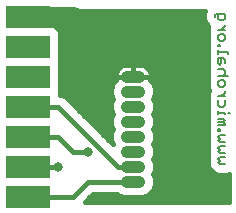
<source format=gbl>
G75*
%MOIN*%
%OFA0B0*%
%FSLAX25Y25*%
%IPPOS*%
%LPD*%
%AMOC8*
5,1,8,0,0,1.08239X$1,22.5*
%
%ADD10C,0.00600*%
%ADD11R,0.15000X0.07600*%
%ADD12C,0.04159*%
%ADD13C,0.01600*%
%ADD14C,0.03175*%
%ADD15C,0.07000*%
D10*
X0083800Y0018167D02*
X0084367Y0018734D01*
X0083800Y0019301D01*
X0084367Y0019869D01*
X0086069Y0019869D01*
X0086069Y0021283D02*
X0084367Y0021283D01*
X0083800Y0021850D01*
X0084367Y0022417D01*
X0083800Y0022985D01*
X0084367Y0023552D01*
X0086069Y0023552D01*
X0086069Y0024966D02*
X0084367Y0024966D01*
X0083800Y0025533D01*
X0084367Y0026101D01*
X0083800Y0026668D01*
X0084367Y0027235D01*
X0086069Y0027235D01*
X0084367Y0028649D02*
X0083800Y0028649D01*
X0083800Y0029217D01*
X0084367Y0029217D01*
X0084367Y0028649D01*
X0083800Y0030491D02*
X0086069Y0030491D01*
X0086069Y0031058D01*
X0085501Y0031625D01*
X0086069Y0032192D01*
X0085501Y0032760D01*
X0083800Y0032760D01*
X0083800Y0031625D02*
X0085501Y0031625D01*
X0086069Y0034174D02*
X0086069Y0034741D01*
X0083800Y0034741D01*
X0083800Y0034174D02*
X0083800Y0035308D01*
X0084367Y0036630D02*
X0083800Y0037197D01*
X0083800Y0038898D01*
X0083800Y0040313D02*
X0086069Y0040313D01*
X0086069Y0041447D02*
X0084934Y0040313D01*
X0086069Y0038898D02*
X0086069Y0037197D01*
X0085501Y0036630D01*
X0084367Y0036630D01*
X0087203Y0034741D02*
X0087770Y0034741D01*
X0086069Y0041447D02*
X0086069Y0042014D01*
X0085501Y0043382D02*
X0084367Y0043382D01*
X0083800Y0043949D01*
X0083800Y0045083D01*
X0084367Y0045651D01*
X0085501Y0045651D01*
X0086069Y0045083D01*
X0086069Y0043949D01*
X0085501Y0043382D01*
X0085501Y0047065D02*
X0086069Y0047632D01*
X0086069Y0048767D01*
X0085501Y0049334D01*
X0083800Y0049334D01*
X0084367Y0050748D02*
X0084934Y0051315D01*
X0084934Y0053017D01*
X0085501Y0053017D02*
X0086069Y0052450D01*
X0086069Y0051315D01*
X0084367Y0050748D02*
X0083800Y0051315D01*
X0083800Y0053017D01*
X0085501Y0053017D01*
X0083800Y0054431D02*
X0083800Y0055566D01*
X0083800Y0054999D02*
X0087203Y0054999D01*
X0087203Y0054431D01*
X0084367Y0056887D02*
X0083800Y0056887D01*
X0083800Y0057454D01*
X0084367Y0057454D01*
X0084367Y0056887D01*
X0084367Y0058728D02*
X0083800Y0059296D01*
X0083800Y0060430D01*
X0084367Y0060997D01*
X0085501Y0060997D01*
X0086069Y0060430D01*
X0086069Y0059296D01*
X0085501Y0058728D01*
X0084367Y0058728D01*
X0083800Y0062412D02*
X0086069Y0062412D01*
X0086069Y0063546D02*
X0086069Y0064113D01*
X0086069Y0063546D02*
X0084934Y0062412D01*
X0084367Y0065481D02*
X0083800Y0066048D01*
X0083800Y0067749D01*
X0083233Y0067749D02*
X0086069Y0067749D01*
X0086069Y0066048D01*
X0085501Y0065481D01*
X0084367Y0065481D01*
X0082666Y0066615D02*
X0082666Y0067182D01*
X0083233Y0067749D01*
X0083800Y0047065D02*
X0087203Y0047065D01*
X0083800Y0018167D02*
X0084367Y0017600D01*
X0086069Y0017600D01*
D11*
X0020500Y0006800D03*
X0020500Y0016800D03*
X0020500Y0026800D03*
X0020500Y0036800D03*
X0020500Y0046800D03*
X0020500Y0056800D03*
X0020500Y0066800D03*
D12*
X0053420Y0046800D02*
X0057580Y0046800D01*
X0057580Y0041800D02*
X0053420Y0041800D01*
X0053420Y0036800D02*
X0057580Y0036800D01*
X0057580Y0031800D02*
X0053420Y0031800D01*
X0053420Y0026800D02*
X0057580Y0026800D01*
X0057580Y0021800D02*
X0053420Y0021800D01*
X0053420Y0016800D02*
X0057580Y0016800D01*
X0057580Y0011800D02*
X0053420Y0011800D01*
D13*
X0055500Y0011800D02*
X0040500Y0011800D01*
X0035500Y0006800D01*
X0020500Y0006800D01*
X0020500Y0016800D02*
X0030500Y0016800D01*
X0035500Y0021800D02*
X0040500Y0021800D01*
X0035500Y0021800D02*
X0030500Y0026800D01*
X0020500Y0026800D01*
X0020500Y0036800D02*
X0030500Y0036800D01*
X0050500Y0016800D01*
X0055500Y0016800D01*
X0062259Y0014300D02*
X0062859Y0015750D01*
X0062859Y0017850D01*
X0062259Y0019300D01*
X0062859Y0020750D01*
X0062859Y0022850D01*
X0062259Y0024300D01*
X0062859Y0025750D01*
X0062859Y0027850D01*
X0062259Y0029300D01*
X0062859Y0030750D01*
X0062859Y0032850D01*
X0062259Y0034300D01*
X0062859Y0035750D01*
X0062859Y0037850D01*
X0062259Y0039300D01*
X0062859Y0040750D01*
X0062859Y0042850D01*
X0062055Y0044791D01*
X0061271Y0045575D01*
X0061310Y0045668D01*
X0061459Y0046418D01*
X0061459Y0046800D01*
X0061459Y0047182D01*
X0061310Y0047932D01*
X0061018Y0048638D01*
X0060593Y0049273D01*
X0060053Y0049813D01*
X0059417Y0050238D01*
X0058711Y0050530D01*
X0057962Y0050680D01*
X0055500Y0050680D01*
X0053038Y0050680D01*
X0052289Y0050530D01*
X0051583Y0050238D01*
X0050947Y0049813D01*
X0050407Y0049273D01*
X0049982Y0048638D01*
X0049690Y0047932D01*
X0049541Y0047182D01*
X0049541Y0046800D01*
X0051696Y0046800D01*
X0051695Y0046800D01*
X0049541Y0046800D01*
X0049541Y0046418D01*
X0049690Y0045668D01*
X0049729Y0045575D01*
X0048945Y0044791D01*
X0048141Y0042850D01*
X0048141Y0040750D01*
X0048741Y0039300D01*
X0048141Y0037850D01*
X0048141Y0035750D01*
X0048741Y0034300D01*
X0048141Y0032850D01*
X0048141Y0030750D01*
X0048741Y0029300D01*
X0048141Y0027850D01*
X0048141Y0025750D01*
X0048741Y0024300D01*
X0048717Y0024240D01*
X0032766Y0040191D01*
X0031296Y0040800D01*
X0031200Y0040800D01*
X0031200Y0041237D01*
X0030967Y0041800D01*
X0031200Y0042363D01*
X0031200Y0051237D01*
X0030967Y0051800D01*
X0031200Y0052363D01*
X0031200Y0061237D01*
X0030713Y0062413D01*
X0029813Y0063313D01*
X0029800Y0063318D01*
X0029800Y0066000D01*
X0021300Y0066000D01*
X0021300Y0067600D01*
X0029800Y0067600D01*
X0029800Y0068600D01*
X0079465Y0068600D01*
X0079166Y0067878D01*
X0079166Y0065919D01*
X0079699Y0064633D01*
X0080570Y0063761D01*
X0080300Y0063108D01*
X0080300Y0061715D01*
X0080422Y0061421D01*
X0080300Y0061126D01*
X0080300Y0058599D01*
X0080393Y0058375D01*
X0080300Y0058150D01*
X0080300Y0053735D01*
X0080305Y0053724D01*
X0080300Y0053713D01*
X0080300Y0050619D01*
X0080422Y0050325D01*
X0080300Y0050030D01*
X0080300Y0048638D01*
X0080481Y0048199D01*
X0080300Y0047761D01*
X0080300Y0046369D01*
X0080422Y0046074D01*
X0080300Y0045780D01*
X0080300Y0043253D01*
X0080765Y0042131D01*
X0080300Y0041009D01*
X0080300Y0039617D01*
X0080305Y0039605D01*
X0080300Y0039594D01*
X0080300Y0036501D01*
X0080403Y0036253D01*
X0080300Y0036005D01*
X0080300Y0033478D01*
X0080305Y0033467D01*
X0080300Y0033456D01*
X0080300Y0027953D01*
X0080422Y0027659D01*
X0080300Y0027364D01*
X0080300Y0024837D01*
X0080540Y0024259D01*
X0080300Y0023681D01*
X0080300Y0021154D01*
X0080540Y0020576D01*
X0080300Y0019998D01*
X0080300Y0017471D01*
X0080833Y0016185D01*
X0081817Y0015200D01*
X0082385Y0014633D01*
X0083671Y0014100D01*
X0086765Y0014100D01*
X0087300Y0014322D01*
X0087300Y0005000D01*
X0039357Y0005000D01*
X0042157Y0007800D01*
X0049954Y0007800D01*
X0050430Y0007324D01*
X0052370Y0006520D01*
X0058630Y0006520D01*
X0060570Y0007324D01*
X0062055Y0008809D01*
X0062859Y0010750D01*
X0062859Y0012850D01*
X0062259Y0014300D01*
X0062378Y0014588D02*
X0082493Y0014588D01*
X0080832Y0016187D02*
X0062859Y0016187D01*
X0062859Y0017785D02*
X0080300Y0017785D01*
X0080300Y0019384D02*
X0062293Y0019384D01*
X0062859Y0020982D02*
X0080371Y0020982D01*
X0080300Y0022581D02*
X0062859Y0022581D01*
X0062309Y0024179D02*
X0080506Y0024179D01*
X0080300Y0025778D02*
X0062859Y0025778D01*
X0062859Y0027376D02*
X0080305Y0027376D01*
X0080300Y0028975D02*
X0062393Y0028975D01*
X0062786Y0030573D02*
X0080300Y0030573D01*
X0080300Y0032172D02*
X0062859Y0032172D01*
X0062478Y0033770D02*
X0080300Y0033770D01*
X0080300Y0035369D02*
X0062701Y0035369D01*
X0062859Y0036967D02*
X0080300Y0036967D01*
X0080300Y0038566D02*
X0062563Y0038566D01*
X0062616Y0040164D02*
X0080300Y0040164D01*
X0080612Y0041763D02*
X0062859Y0041763D01*
X0062647Y0043361D02*
X0080300Y0043361D01*
X0080300Y0044960D02*
X0061886Y0044960D01*
X0061459Y0046558D02*
X0080300Y0046558D01*
X0080464Y0048157D02*
X0061217Y0048157D01*
X0061459Y0046800D02*
X0059304Y0046800D01*
X0059305Y0046800D01*
X0061459Y0046800D01*
X0060111Y0049755D02*
X0080300Y0049755D01*
X0080300Y0051354D02*
X0031151Y0051354D01*
X0031200Y0052952D02*
X0080300Y0052952D01*
X0080300Y0054551D02*
X0031200Y0054551D01*
X0031200Y0056149D02*
X0080300Y0056149D01*
X0080300Y0057748D02*
X0031200Y0057748D01*
X0031200Y0059346D02*
X0080300Y0059346D01*
X0080300Y0060945D02*
X0031200Y0060945D01*
X0030582Y0062543D02*
X0080300Y0062543D01*
X0080189Y0064142D02*
X0029800Y0064142D01*
X0029800Y0065740D02*
X0079240Y0065740D01*
X0079166Y0067339D02*
X0021300Y0067339D01*
X0031200Y0049755D02*
X0050889Y0049755D01*
X0049783Y0048157D02*
X0031200Y0048157D01*
X0031200Y0046558D02*
X0049541Y0046558D01*
X0049114Y0044960D02*
X0031200Y0044960D01*
X0031200Y0043361D02*
X0048353Y0043361D01*
X0048141Y0041763D02*
X0030982Y0041763D01*
X0032793Y0040164D02*
X0048383Y0040164D01*
X0048437Y0038566D02*
X0034391Y0038566D01*
X0035990Y0036967D02*
X0048141Y0036967D01*
X0048299Y0035369D02*
X0037588Y0035369D01*
X0039187Y0033770D02*
X0048522Y0033770D01*
X0048141Y0032172D02*
X0040785Y0032172D01*
X0042384Y0030573D02*
X0048214Y0030573D01*
X0048607Y0028975D02*
X0043982Y0028975D01*
X0045581Y0027376D02*
X0048141Y0027376D01*
X0048141Y0025778D02*
X0047179Y0025778D01*
X0062801Y0012990D02*
X0087300Y0012990D01*
X0087300Y0011391D02*
X0062859Y0011391D01*
X0062463Y0009793D02*
X0087300Y0009793D01*
X0087300Y0008194D02*
X0061440Y0008194D01*
X0058811Y0006596D02*
X0087300Y0006596D01*
X0052189Y0006596D02*
X0040952Y0006596D01*
X0055500Y0047080D02*
X0055500Y0050680D01*
X0055500Y0047080D01*
X0055500Y0047080D01*
X0055500Y0048157D02*
X0055500Y0048157D01*
X0055500Y0049755D02*
X0055500Y0049755D01*
D14*
X0045500Y0054300D03*
X0058000Y0063800D03*
X0058000Y0067300D03*
X0040500Y0021800D03*
X0030500Y0016800D03*
D15*
X0035500Y0066800D02*
X0020500Y0066800D01*
M02*

</source>
